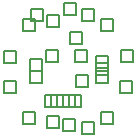
<source format=gbr>
G04 Layer_Color=2752767*
%FSLAX25Y25*%
%MOIN*%
%TF.FileFunction,Drawing*%
%TF.Part,Single*%
G01*
G75*
%ADD45C,0.00500*%
D45*
X350500Y342500D02*
Y346500D01*
X354500D01*
Y342500D01*
X350500D01*
X341500Y350500D02*
Y354500D01*
X345500D01*
Y350500D01*
X341500D01*
X333000Y347000D02*
Y351000D01*
X337000D01*
Y347000D01*
X333000D01*
X352500Y334500D02*
Y338500D01*
X356500D01*
Y334500D01*
X352500D01*
X346500Y342500D02*
Y346500D01*
X350500D01*
Y342500D01*
X346500D01*
X348500D02*
Y346500D01*
X352500D01*
Y342500D01*
X348500D01*
X352500D02*
Y346500D01*
X356500D01*
Y342500D01*
X352500D01*
X354500D02*
Y346500D01*
X358500D01*
Y342500D01*
X354500D01*
X339267Y336827D02*
Y340827D01*
X343267D01*
Y336827D01*
X339267D01*
X363500Y355500D02*
Y359500D01*
X367500D01*
Y355500D01*
X363500D01*
Y353000D02*
Y357000D01*
X367500D01*
Y353000D01*
X363500D01*
Y350500D02*
Y354500D01*
X367500D01*
Y350500D01*
X363500D01*
X355000Y363500D02*
Y367500D01*
X359000D01*
Y363500D01*
X355000D01*
X353000Y373000D02*
Y377000D01*
X357000D01*
Y373000D01*
X353000D01*
X347327Y369173D02*
Y373173D01*
X351327D01*
Y369173D01*
X347327D01*
X342000Y371000D02*
Y375000D01*
X346000D01*
Y371000D01*
X342000D01*
X372000Y357500D02*
Y361500D01*
X376000D01*
Y357500D01*
X372000D01*
X371500Y347000D02*
Y351000D01*
X375500D01*
Y347000D01*
X371500D01*
X333000Y357000D02*
Y361000D01*
X337000D01*
Y357000D01*
X333000D01*
X341500Y354500D02*
Y358500D01*
X345500D01*
Y354500D01*
X341500D01*
X357000Y349000D02*
Y353000D01*
X361000D01*
Y349000D01*
X357000D01*
X356500Y357500D02*
Y361500D01*
X360500D01*
Y357500D01*
X356500D01*
X365327Y367673D02*
Y371673D01*
X369327D01*
Y367673D01*
X365327D01*
X347327Y335327D02*
Y339327D01*
X351327D01*
Y335327D01*
X347327D01*
X365173Y336827D02*
Y340827D01*
X369173D01*
Y336827D01*
X365173D01*
X359000Y333500D02*
Y337500D01*
X363000D01*
Y333500D01*
X359000D01*
X339173Y367673D02*
Y371673D01*
X343173D01*
Y367673D01*
X339173D01*
X359000Y371000D02*
Y375000D01*
X363000D01*
Y371000D01*
X359000D01*
X347000Y357500D02*
Y361500D01*
X351000D01*
Y357500D01*
X347000D01*
%TF.MD5,DA3940AC5448B1889E93179617447BC5*%
M02*

</source>
